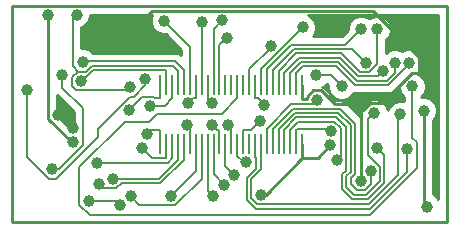
<source format=gbl>
G04 (created by PCBNEW (2013-02-13 BZR 3947)-testing) date 11/23/2013 4:51:36 PM*
%MOIN*%
G04 Gerber Fmt 3.4, Leading zero omitted, Abs format*
%FSLAX34Y34*%
G01*
G70*
G90*
G04 APERTURE LIST*
%ADD10C,0.009*%
%ADD11R,0.00984252X0.0708661*%
%ADD12R,0.00944882X0.0708661*%
%ADD13C,0.0393701*%
%ADD14C,0.00708661*%
%ADD15C,0.00984252*%
%ADD16C,0.01*%
G04 APERTURE END LIST*
G54D10*
X6400Y-3600D02*
X9200Y-3600D01*
X9200Y3600D02*
X6400Y3600D01*
X6400Y-3600D02*
X-5300Y-3600D01*
X6400Y3600D02*
X-5300Y3600D01*
X9200Y-3600D02*
X9200Y3600D01*
X-5300Y-3600D02*
X-5300Y3600D01*
G54D11*
X4362Y984D03*
X4362Y-983D03*
X4165Y983D03*
X4165Y-983D03*
X3968Y983D03*
X3968Y-983D03*
X3771Y983D03*
X3771Y-983D03*
X3575Y983D03*
X3575Y-983D03*
X3378Y983D03*
X3378Y-983D03*
X3181Y983D03*
X3181Y-983D03*
X2984Y983D03*
X2984Y-983D03*
X2787Y983D03*
X2787Y-983D03*
X2590Y983D03*
X2590Y-983D03*
X2393Y983D03*
X2393Y-983D03*
X2197Y983D03*
X2197Y-983D03*
X2000Y983D03*
X2000Y-983D03*
X1803Y983D03*
X1803Y-983D03*
X1606Y983D03*
X1606Y-983D03*
X1409Y983D03*
X1409Y-983D03*
X1212Y983D03*
X1212Y-983D03*
X1016Y983D03*
X1016Y-983D03*
X819Y983D03*
X819Y-983D03*
G54D12*
X622Y983D03*
G54D11*
X622Y-983D03*
X425Y984D03*
X425Y-984D03*
X228Y984D03*
X228Y-984D03*
X31Y984D03*
X31Y-984D03*
X-165Y984D03*
X-165Y-984D03*
X-362Y984D03*
X-362Y-984D03*
G54D13*
X7920Y1713D03*
X7448Y1710D03*
X7066Y1435D03*
X6867Y2842D03*
X6486Y1713D03*
X6322Y2840D03*
X4381Y2896D03*
X3085Y314D03*
X5309Y-562D03*
X5514Y-1544D03*
X6869Y-1141D03*
X6762Y49D03*
X6654Y-1894D03*
X4871Y478D03*
X7632Y0D03*
X7859Y-1148D03*
X1850Y2550D03*
X1698Y3130D03*
X1345Y361D03*
X1008Y3086D03*
X-1933Y-2151D03*
X-2406Y-2333D03*
X532Y-358D03*
X567Y359D03*
X-10Y-2729D03*
X-1356Y-2740D03*
X-2957Y1748D03*
X-1364Y896D03*
X-3150Y3320D03*
X-721Y266D03*
X-3000Y1095D03*
X-812Y-648D03*
X-1406Y137D03*
X-972Y-1113D03*
X-2480Y-1614D03*
X2955Y-214D03*
X2498Y-1607D03*
X1874Y-354D03*
X2080Y-2012D03*
X1359Y-361D03*
X1749Y-2348D03*
X1380Y-2717D03*
X-230Y3103D03*
X3320Y2263D03*
X8038Y929D03*
X5682Y929D03*
X4833Y1299D03*
X6317Y-2226D03*
X8635Y1361D03*
X-3274Y-469D03*
X-3767Y-24D03*
X-1625Y2478D03*
X-3632Y1319D03*
X-3962Y-1843D03*
X-2752Y-2900D03*
X-1719Y-3044D03*
X-861Y1176D03*
X-4820Y819D03*
X2979Y-2678D03*
X-4105Y3308D03*
X-3286Y-941D03*
X8415Y122D03*
X8537Y-3079D03*
X5301Y-1039D03*
G54D14*
X4165Y1372D02*
X4165Y983D01*
X4395Y1602D02*
X4165Y1372D01*
X5497Y1602D02*
X4395Y1602D01*
X6123Y976D02*
X5497Y1602D01*
X7236Y976D02*
X6123Y976D01*
X7920Y1659D02*
X7236Y976D01*
X7920Y1713D02*
X7920Y1659D01*
X3968Y1378D02*
X3968Y983D01*
X4334Y1744D02*
X3968Y1378D01*
X5555Y1744D02*
X4334Y1744D01*
X6179Y1120D02*
X5555Y1744D01*
X7180Y1120D02*
X6179Y1120D01*
X7448Y1388D02*
X7180Y1120D01*
X7448Y1710D02*
X7448Y1388D01*
X3771Y1387D02*
X3771Y983D01*
X4270Y1886D02*
X3771Y1387D01*
X5614Y1886D02*
X4270Y1886D01*
X6238Y1262D02*
X5614Y1886D01*
X6893Y1262D02*
X6238Y1262D01*
X7066Y1435D02*
X6893Y1262D01*
X3575Y983D02*
X3575Y1444D01*
X4159Y2028D02*
X3575Y1444D01*
X5673Y2028D02*
X4159Y2028D01*
X6297Y1404D02*
X5673Y2028D01*
X6606Y1404D02*
X6297Y1404D01*
X6867Y1664D02*
X6606Y1404D01*
X6867Y2842D02*
X6867Y1664D01*
X3378Y1470D02*
X3378Y983D01*
X4078Y2170D02*
X3378Y1470D01*
X6029Y2170D02*
X4078Y2170D01*
X6486Y1713D02*
X6029Y2170D01*
X3181Y1495D02*
X3181Y983D01*
X3998Y2312D02*
X3181Y1495D01*
X5794Y2312D02*
X3998Y2312D01*
X6322Y2840D02*
X5794Y2312D01*
X2984Y1498D02*
X4381Y2896D01*
X2984Y983D02*
X2984Y1498D01*
X2876Y523D02*
X3085Y314D01*
X2787Y523D02*
X2876Y523D01*
X2787Y983D02*
X2787Y523D01*
X5242Y-494D02*
X5309Y-562D01*
X4193Y-494D02*
X5242Y-494D01*
X4165Y-523D02*
X4193Y-494D01*
X4165Y-983D02*
X4165Y-523D01*
X5644Y-1414D02*
X5514Y-1544D01*
X5644Y-467D02*
X5644Y-1414D01*
X5433Y-256D02*
X5644Y-467D01*
X4227Y-256D02*
X5433Y-256D01*
X3968Y-514D02*
X4227Y-256D01*
X3968Y-983D02*
X3968Y-514D01*
X7099Y-1372D02*
X6869Y-1141D01*
X7099Y-2286D02*
X7099Y-1372D01*
X6549Y-2836D02*
X7099Y-2286D01*
X6039Y-2836D02*
X6549Y-2836D01*
X5698Y-2495D02*
X6039Y-2836D01*
X5698Y-2003D02*
X5698Y-2495D01*
X5819Y-1883D02*
X5698Y-2003D01*
X5819Y-441D02*
X5819Y-1883D01*
X5486Y-108D02*
X5819Y-441D01*
X4173Y-108D02*
X5486Y-108D01*
X3771Y-511D02*
X4173Y-108D01*
X3771Y-983D02*
X3771Y-511D01*
X3575Y-498D02*
X3575Y-983D01*
X4107Y33D02*
X3575Y-498D01*
X5571Y33D02*
X4107Y33D01*
X5980Y-375D02*
X5571Y33D01*
X5980Y-1922D02*
X5980Y-375D01*
X5840Y-2062D02*
X5980Y-1922D01*
X5840Y-2418D02*
X5840Y-2062D01*
X6101Y-2679D02*
X5840Y-2418D01*
X6505Y-2679D02*
X6101Y-2679D01*
X6957Y-2227D02*
X6505Y-2679D01*
X6957Y-1768D02*
X6957Y-2227D01*
X6553Y-1365D02*
X6957Y-1768D01*
X6553Y-159D02*
X6553Y-1365D01*
X6762Y49D02*
X6553Y-159D01*
X3378Y-494D02*
X3378Y-983D01*
X4048Y174D02*
X3378Y-494D01*
X5630Y174D02*
X4048Y174D01*
X6122Y-317D02*
X5630Y174D01*
X6122Y-1981D02*
X6122Y-317D01*
X5982Y-2121D02*
X6122Y-1981D01*
X5982Y-2331D02*
X5982Y-2121D01*
X6188Y-2537D02*
X5982Y-2331D01*
X6446Y-2537D02*
X6188Y-2537D01*
X6654Y-2329D02*
X6446Y-2537D01*
X6654Y-1894D02*
X6654Y-2329D01*
X3181Y-983D02*
X3181Y-523D01*
X3181Y-480D02*
X3181Y-523D01*
X3999Y337D02*
X3181Y-480D01*
X4730Y337D02*
X3999Y337D01*
X4871Y478D02*
X4730Y337D01*
X7542Y-90D02*
X7632Y0D01*
X7542Y-2043D02*
X7542Y-90D01*
X6576Y-3009D02*
X7542Y-2043D01*
X2867Y-3009D02*
X6576Y-3009D01*
X2653Y-2794D02*
X2867Y-3009D01*
X2653Y-2170D02*
X2653Y-2794D01*
X2984Y-1838D02*
X2653Y-2170D01*
X2984Y-983D02*
X2984Y-1838D01*
X2787Y-983D02*
X2787Y-1444D01*
X7859Y-1926D02*
X7859Y-1148D01*
X6633Y-3152D02*
X7859Y-1926D01*
X2809Y-3152D02*
X6633Y-3152D01*
X2507Y-2850D02*
X2809Y-3152D01*
X2507Y-2111D02*
X2507Y-2850D01*
X2807Y-1811D02*
X2507Y-2111D01*
X2807Y-1464D02*
X2807Y-1811D01*
X2787Y-1444D02*
X2807Y-1464D01*
X1606Y983D02*
X1606Y2306D01*
X1606Y2306D02*
X1850Y2550D01*
X1409Y2841D02*
X1698Y3130D01*
X1409Y983D02*
X1409Y2841D01*
X1212Y494D02*
X1345Y361D01*
X1212Y983D02*
X1212Y494D01*
X1016Y3078D02*
X1008Y3086D01*
X1016Y983D02*
X1016Y3078D01*
X228Y-1511D02*
X228Y-984D01*
X-411Y-2151D02*
X228Y-1511D01*
X-1933Y-2151D02*
X-411Y-2151D01*
X-2266Y-2473D02*
X-2406Y-2333D01*
X-1827Y-2473D02*
X-2266Y-2473D01*
X-1659Y-2305D02*
X-1827Y-2473D01*
X-362Y-2305D02*
X-1659Y-2305D01*
X425Y-1518D02*
X-362Y-2305D01*
X425Y-984D02*
X425Y-1518D01*
X622Y-448D02*
X532Y-358D01*
X622Y-983D02*
X622Y-448D01*
X730Y523D02*
X567Y359D01*
X819Y523D02*
X730Y523D01*
X819Y983D02*
X819Y523D01*
X819Y-1900D02*
X819Y-983D01*
X-10Y-2729D02*
X819Y-1900D01*
X1016Y-2149D02*
X1016Y-983D01*
X132Y-3033D02*
X1016Y-2149D01*
X-1063Y-3033D02*
X132Y-3033D01*
X-1356Y-2740D02*
X-1063Y-3033D01*
X-2941Y1763D02*
X-2957Y1748D01*
X140Y1763D02*
X-2941Y1763D01*
X425Y1479D02*
X140Y1763D01*
X425Y984D02*
X425Y1479D01*
X228Y984D02*
X228Y1445D01*
X-3284Y3186D02*
X-3150Y3320D01*
X-3284Y1590D02*
X-3284Y3186D01*
X-3110Y1416D02*
X-3284Y1590D01*
X-2859Y1416D02*
X-3110Y1416D01*
X-2654Y1621D02*
X-2859Y1416D01*
X51Y1621D02*
X-2654Y1621D01*
X228Y1445D02*
X51Y1621D01*
X-1468Y791D02*
X-1364Y896D01*
X-3162Y791D02*
X-1468Y791D01*
X-3304Y933D02*
X-3162Y791D01*
X-3304Y1223D02*
X-3304Y933D01*
X-3110Y1416D02*
X-3304Y1223D01*
X-225Y266D02*
X-721Y266D01*
X31Y523D02*
X-225Y266D01*
X31Y984D02*
X31Y523D01*
X-165Y984D02*
X-165Y1445D01*
X-2980Y1095D02*
X-3000Y1095D01*
X-2595Y1479D02*
X-2980Y1095D01*
X-200Y1479D02*
X-2595Y1479D01*
X-165Y1445D02*
X-200Y1479D01*
X-362Y-984D02*
X-362Y-523D01*
X-687Y-523D02*
X-362Y-523D01*
X-812Y-648D02*
X-687Y-523D01*
X-362Y984D02*
X-362Y523D01*
X-974Y569D02*
X-1406Y137D01*
X-595Y569D02*
X-974Y569D01*
X-549Y523D02*
X-595Y569D01*
X-362Y523D02*
X-549Y523D01*
X-165Y-984D02*
X-165Y-1445D01*
X-640Y-1445D02*
X-972Y-1113D01*
X-165Y-1445D02*
X-640Y-1445D01*
X-108Y-1614D02*
X-2480Y-1614D01*
X31Y-1475D02*
X-108Y-1614D01*
X31Y-984D02*
X31Y-1475D01*
X2646Y-523D02*
X2955Y-214D01*
X2393Y-523D02*
X2646Y-523D01*
X2393Y-983D02*
X2393Y-523D01*
X2197Y-983D02*
X2197Y-1397D01*
X2407Y-1607D02*
X2498Y-1607D01*
X2197Y-1397D02*
X2407Y-1607D01*
X2590Y-1515D02*
X2498Y-1607D01*
X2000Y-480D02*
X1874Y-354D01*
X2000Y-983D02*
X2000Y-480D01*
X1803Y-1735D02*
X2080Y-2012D01*
X1803Y-983D02*
X1803Y-1735D01*
X1606Y-983D02*
X1606Y-523D01*
X1520Y-523D02*
X1359Y-361D01*
X1606Y-523D02*
X1520Y-523D01*
X1409Y-2008D02*
X1749Y-2348D01*
X1409Y-983D02*
X1409Y-2008D01*
X1212Y-2548D02*
X1380Y-2717D01*
X1212Y-983D02*
X1212Y-2548D01*
X622Y2250D02*
X622Y983D01*
X-230Y3103D02*
X622Y2250D01*
X3320Y2263D02*
X3320Y2220D01*
X2590Y1490D02*
X2590Y983D01*
X3320Y2220D02*
X2590Y1490D01*
X2197Y983D02*
X2197Y523D01*
X8038Y-780D02*
X8038Y929D01*
X8177Y-919D02*
X8038Y-780D01*
X8177Y-1809D02*
X8177Y-919D01*
X6622Y-3364D02*
X8177Y-1809D01*
X-2725Y-3364D02*
X6622Y-3364D01*
X-3070Y-3019D02*
X-2725Y-3364D01*
X-3070Y-1763D02*
X-3070Y-3019D01*
X-1556Y-250D02*
X-3070Y-1763D01*
X-742Y-250D02*
X-1556Y-250D01*
X-482Y10D02*
X-742Y-250D01*
X1684Y10D02*
X-482Y10D01*
X2197Y523D02*
X1684Y10D01*
X5311Y1299D02*
X5682Y929D01*
X4833Y1299D02*
X5311Y1299D01*
G54D15*
X8635Y1361D02*
X8256Y1361D01*
X4362Y984D02*
X4362Y501D01*
X-3322Y-469D02*
X-3274Y-469D01*
X-3767Y-24D02*
X-3322Y-469D01*
X-649Y3455D02*
X-1625Y2478D01*
X6716Y3455D02*
X-649Y3455D01*
X8256Y1915D02*
X6716Y3455D01*
X8256Y1361D02*
X8256Y1915D01*
X6317Y-2226D02*
X6317Y147D01*
X6401Y147D02*
X6317Y147D01*
X6401Y147D02*
X6401Y147D01*
X6628Y374D02*
X6401Y147D01*
X7024Y374D02*
X6628Y374D01*
X8011Y1361D02*
X7024Y374D01*
X8256Y1361D02*
X8011Y1361D01*
X4490Y501D02*
X4362Y501D01*
X4546Y557D02*
X4490Y501D01*
X4546Y612D02*
X4546Y557D01*
X4736Y803D02*
X4546Y612D01*
X5005Y803D02*
X4736Y803D01*
X5470Y338D02*
X5005Y803D01*
X6126Y338D02*
X5470Y338D01*
X6317Y147D02*
X6126Y338D01*
G54D14*
X-3748Y-1843D02*
X-3962Y-1843D01*
X-2942Y-1038D02*
X-3748Y-1843D01*
X-2942Y190D02*
X-2942Y-1038D01*
X-3632Y879D02*
X-2942Y190D01*
X-3632Y1319D02*
X-3632Y879D01*
X-1864Y-2900D02*
X-1719Y-3044D01*
X-2752Y-2900D02*
X-1864Y-2900D01*
X-4820Y-1415D02*
X-4820Y819D01*
X-4088Y-2147D02*
X-4820Y-1415D01*
X-3836Y-2147D02*
X-4088Y-2147D01*
X-2459Y-769D02*
X-3836Y-2147D01*
X-2459Y-482D02*
X-2459Y-769D01*
X-1392Y584D02*
X-2459Y-482D01*
X-1237Y584D02*
X-1392Y584D01*
X-861Y961D02*
X-1237Y584D01*
X-861Y1176D02*
X-861Y961D01*
G54D15*
X4362Y-983D02*
X4362Y-1466D01*
X-3309Y-941D02*
X-3286Y-941D01*
X-4105Y-145D02*
X-3309Y-941D01*
X-4105Y3308D02*
X-4105Y-145D01*
X8415Y-2957D02*
X8415Y122D01*
X8537Y-3079D02*
X8415Y-2957D01*
X4874Y-1466D02*
X4362Y-1466D01*
X5301Y-1039D02*
X4874Y-1466D01*
X3150Y-2678D02*
X4362Y-1466D01*
X2979Y-2678D02*
X3150Y-2678D01*
G54D10*
G36*
X-3228Y-494D02*
X-3333Y-494D01*
X-3806Y-21D01*
X-3806Y650D01*
X-3228Y72D01*
X-3228Y-494D01*
X-3228Y-494D01*
G37*
G54D16*
X-3228Y-494D02*
X-3333Y-494D01*
X-3806Y-21D01*
X-3806Y650D01*
X-3228Y72D01*
X-3228Y-494D01*
G54D10*
G36*
X337Y1969D02*
X250Y2027D01*
X232Y2030D01*
X140Y2049D01*
X-2626Y2049D01*
X-2703Y2126D01*
X-2868Y2194D01*
X-2998Y2194D01*
X-2998Y2899D01*
X-2897Y2941D01*
X-2771Y3067D01*
X-2703Y3231D01*
X-2703Y3305D01*
X-630Y3305D01*
X-677Y3192D01*
X-677Y3015D01*
X-609Y2850D01*
X-484Y2724D01*
X-319Y2656D01*
X-187Y2656D01*
X337Y2132D01*
X337Y1969D01*
X337Y1969D01*
G37*
G54D16*
X337Y1969D02*
X250Y2027D01*
X232Y2030D01*
X140Y2049D01*
X-2626Y2049D01*
X-2703Y2126D01*
X-2868Y2194D01*
X-2998Y2194D01*
X-2998Y2899D01*
X-2897Y2941D01*
X-2771Y3067D01*
X-2703Y3231D01*
X-2703Y3305D01*
X-630Y3305D01*
X-677Y3192D01*
X-677Y3015D01*
X-609Y2850D01*
X-484Y2724D01*
X-319Y2656D01*
X-187Y2656D01*
X337Y2132D01*
X337Y1969D01*
G54D10*
G36*
X6354Y-2226D02*
X6328Y-2251D01*
X6307Y-2251D01*
X6281Y-2226D01*
X6317Y-2189D01*
X6354Y-2226D01*
X6354Y-2226D01*
G37*
G54D16*
X6354Y-2226D02*
X6328Y-2251D01*
X6307Y-2251D01*
X6281Y-2226D01*
X6317Y-2189D01*
X6354Y-2226D01*
G54D10*
G36*
X7753Y433D02*
X7722Y446D01*
X7544Y446D01*
X7380Y378D01*
X7254Y253D01*
X7208Y141D01*
X7141Y301D01*
X7016Y427D01*
X6851Y495D01*
X6674Y496D01*
X6509Y428D01*
X6384Y302D01*
X6315Y138D01*
X6315Y-12D01*
X6315Y-12D01*
X6290Y-50D01*
X6286Y-68D01*
X6285Y-75D01*
X5832Y376D01*
X5739Y438D01*
X5721Y442D01*
X5630Y460D01*
X5318Y460D01*
X5318Y566D01*
X5250Y731D01*
X5124Y856D01*
X5028Y896D01*
X5086Y920D01*
X5180Y1014D01*
X5193Y1014D01*
X5235Y972D01*
X5235Y840D01*
X5303Y676D01*
X5428Y550D01*
X5592Y482D01*
X5770Y482D01*
X5934Y550D01*
X6060Y675D01*
X6071Y701D01*
X6123Y690D01*
X6123Y690D01*
X7236Y690D01*
X7236Y690D01*
X7327Y708D01*
X7346Y712D01*
X7346Y712D01*
X7438Y774D01*
X7591Y927D01*
X7591Y840D01*
X7659Y676D01*
X7753Y582D01*
X7753Y433D01*
X7753Y433D01*
G37*
G54D16*
X7753Y433D02*
X7722Y446D01*
X7544Y446D01*
X7380Y378D01*
X7254Y253D01*
X7208Y141D01*
X7141Y301D01*
X7016Y427D01*
X6851Y495D01*
X6674Y496D01*
X6509Y428D01*
X6384Y302D01*
X6315Y138D01*
X6315Y-12D01*
X6315Y-12D01*
X6290Y-50D01*
X6286Y-68D01*
X6285Y-75D01*
X5832Y376D01*
X5739Y438D01*
X5721Y442D01*
X5630Y460D01*
X5318Y460D01*
X5318Y566D01*
X5250Y731D01*
X5124Y856D01*
X5028Y896D01*
X5086Y920D01*
X5180Y1014D01*
X5193Y1014D01*
X5235Y972D01*
X5235Y840D01*
X5303Y676D01*
X5428Y550D01*
X5592Y482D01*
X5770Y482D01*
X5934Y550D01*
X6060Y675D01*
X6071Y701D01*
X6123Y690D01*
X6123Y690D01*
X7236Y690D01*
X7236Y690D01*
X7327Y708D01*
X7346Y712D01*
X7346Y712D01*
X7438Y774D01*
X7591Y927D01*
X7591Y840D01*
X7659Y676D01*
X7753Y582D01*
X7753Y433D01*
G54D10*
G36*
X8905Y-2815D02*
X8790Y-2700D01*
X8714Y-2668D01*
X8714Y-209D01*
X8793Y-130D01*
X8862Y33D01*
X8862Y211D01*
X8794Y375D01*
X8668Y501D01*
X8504Y569D01*
X8326Y569D01*
X8323Y568D01*
X8323Y582D01*
X8417Y675D01*
X8485Y839D01*
X8485Y1017D01*
X8417Y1181D01*
X8291Y1307D01*
X8189Y1350D01*
X8298Y1459D01*
X8366Y1623D01*
X8366Y1801D01*
X8299Y1966D01*
X8173Y2091D01*
X8009Y2160D01*
X7831Y2160D01*
X7680Y2097D01*
X7538Y2157D01*
X7360Y2157D01*
X7195Y2089D01*
X7152Y2046D01*
X7152Y2496D01*
X7245Y2589D01*
X7313Y2753D01*
X7313Y2931D01*
X7246Y3095D01*
X7120Y3221D01*
X6956Y3289D01*
X6778Y3289D01*
X6614Y3221D01*
X6593Y3201D01*
X6576Y3218D01*
X6412Y3286D01*
X6234Y3286D01*
X6070Y3219D01*
X5944Y3093D01*
X5876Y2929D01*
X5876Y2796D01*
X5676Y2597D01*
X4715Y2597D01*
X4760Y2642D01*
X4828Y2807D01*
X4828Y2984D01*
X4761Y3149D01*
X4635Y3274D01*
X4563Y3305D01*
X6400Y3305D01*
X8905Y3305D01*
X8905Y-2815D01*
X8905Y-2815D01*
G37*
G54D16*
X8905Y-2815D02*
X8790Y-2700D01*
X8714Y-2668D01*
X8714Y-209D01*
X8793Y-130D01*
X8862Y33D01*
X8862Y211D01*
X8794Y375D01*
X8668Y501D01*
X8504Y569D01*
X8326Y569D01*
X8323Y568D01*
X8323Y582D01*
X8417Y675D01*
X8485Y839D01*
X8485Y1017D01*
X8417Y1181D01*
X8291Y1307D01*
X8189Y1350D01*
X8298Y1459D01*
X8366Y1623D01*
X8366Y1801D01*
X8299Y1966D01*
X8173Y2091D01*
X8009Y2160D01*
X7831Y2160D01*
X7680Y2097D01*
X7538Y2157D01*
X7360Y2157D01*
X7195Y2089D01*
X7152Y2046D01*
X7152Y2496D01*
X7245Y2589D01*
X7313Y2753D01*
X7313Y2931D01*
X7246Y3095D01*
X7120Y3221D01*
X6956Y3289D01*
X6778Y3289D01*
X6614Y3221D01*
X6593Y3201D01*
X6576Y3218D01*
X6412Y3286D01*
X6234Y3286D01*
X6070Y3219D01*
X5944Y3093D01*
X5876Y2929D01*
X5876Y2796D01*
X5676Y2597D01*
X4715Y2597D01*
X4760Y2642D01*
X4828Y2807D01*
X4828Y2984D01*
X4761Y3149D01*
X4635Y3274D01*
X4563Y3305D01*
X6400Y3305D01*
X8905Y3305D01*
X8905Y-2815D01*
M02*

</source>
